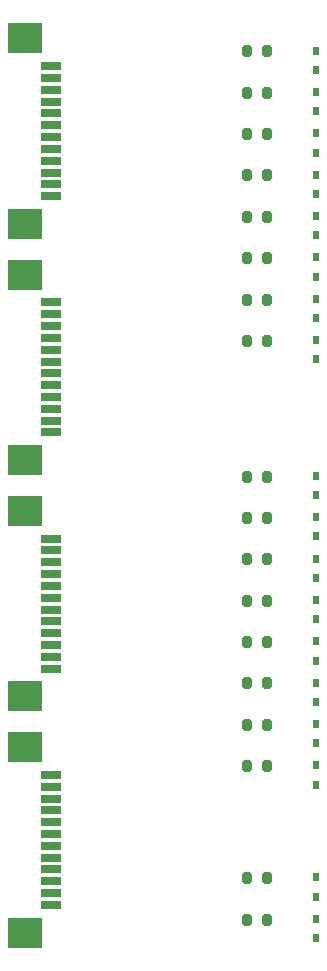
<source format=gbr>
%TF.GenerationSoftware,KiCad,Pcbnew,9.0.6*%
%TF.CreationDate,2025-12-05T19:39:21+03:00*%
%TF.ProjectId,PM_LED-18,504d5f4c-4544-42d3-9138-2e6b69636164,rev?*%
%TF.SameCoordinates,Original*%
%TF.FileFunction,Paste,Top*%
%TF.FilePolarity,Positive*%
%FSLAX46Y46*%
G04 Gerber Fmt 4.6, Leading zero omitted, Abs format (unit mm)*
G04 Created by KiCad (PCBNEW 9.0.6) date 2025-12-05 19:39:21*
%MOMM*%
%LPD*%
G01*
G04 APERTURE LIST*
G04 Aperture macros list*
%AMRoundRect*
0 Rectangle with rounded corners*
0 $1 Rounding radius*
0 $2 $3 $4 $5 $6 $7 $8 $9 X,Y pos of 4 corners*
0 Add a 4 corners polygon primitive as box body*
4,1,4,$2,$3,$4,$5,$6,$7,$8,$9,$2,$3,0*
0 Add four circle primitives for the rounded corners*
1,1,$1+$1,$2,$3*
1,1,$1+$1,$4,$5*
1,1,$1+$1,$6,$7*
1,1,$1+$1,$8,$9*
0 Add four rect primitives between the rounded corners*
20,1,$1+$1,$2,$3,$4,$5,0*
20,1,$1+$1,$4,$5,$6,$7,0*
20,1,$1+$1,$6,$7,$8,$9,0*
20,1,$1+$1,$8,$9,$2,$3,0*%
G04 Aperture macros list end*
%ADD10RoundRect,0.200000X-0.200000X-0.275000X0.200000X-0.275000X0.200000X0.275000X-0.200000X0.275000X0*%
%ADD11R,0.480000X0.770000*%
%ADD12R,1.803400X0.635000*%
%ADD13R,2.997200X2.590800*%
G04 APERTURE END LIST*
D10*
%TO.C,R5*%
X8175000Y22750000D03*
X9825000Y22750000D03*
%TD*%
D11*
%TO.C,D12*%
X14000000Y-11315000D03*
X14000000Y-9685000D03*
%TD*%
D10*
%TO.C,R10*%
X8175000Y-2750000D03*
X9825000Y-2750000D03*
%TD*%
D11*
%TO.C,D2*%
X14000000Y31685000D03*
X14000000Y33315000D03*
%TD*%
%TO.C,D3*%
X14000000Y28185000D03*
X14000000Y29815000D03*
%TD*%
D10*
%TO.C,R9*%
X8175000Y750000D03*
X9825000Y750000D03*
%TD*%
%TO.C,R3*%
X8175000Y29750000D03*
X9825000Y29750000D03*
%TD*%
%TO.C,R4*%
X8175000Y26250000D03*
X9825000Y26250000D03*
%TD*%
D12*
%TO.C,J1*%
X-8444000Y35499992D03*
X-8444000Y34499994D03*
X-8444000Y33499996D03*
X-8444000Y32499998D03*
X-8444000Y31500000D03*
X-8444000Y30500000D03*
X-8444000Y29500000D03*
X-8444000Y28500000D03*
X-8444000Y27500002D03*
X-8444000Y26500004D03*
X-8444000Y25500006D03*
X-8444000Y24500008D03*
D13*
X-10614001Y37850003D03*
X-10614001Y22149997D03*
%TD*%
D10*
%TO.C,R12*%
X8175000Y-9750000D03*
X9825000Y-9750000D03*
%TD*%
D11*
%TO.C,D10*%
X14000000Y-4315000D03*
X14000000Y-2685000D03*
%TD*%
D10*
%TO.C,R14*%
X8175000Y-16750000D03*
X9825000Y-16750000D03*
%TD*%
D11*
%TO.C,D8*%
X14000000Y10685000D03*
X14000000Y12315000D03*
%TD*%
%TO.C,D17*%
X14000000Y-34815000D03*
X14000000Y-33185000D03*
%TD*%
D10*
%TO.C,R17*%
X8175000Y-33250000D03*
X9825000Y-33250000D03*
%TD*%
D11*
%TO.C,D9*%
X14000000Y-815000D03*
X14000000Y815000D03*
%TD*%
D10*
%TO.C,R7*%
X8175000Y15750000D03*
X9825000Y15750000D03*
%TD*%
%TO.C,R18*%
X8175000Y-36750000D03*
X9825000Y-36750000D03*
%TD*%
%TO.C,R15*%
X8175000Y-20250000D03*
X9825000Y-20250000D03*
%TD*%
%TO.C,R16*%
X8175000Y-23750000D03*
X9825000Y-23750000D03*
%TD*%
D11*
%TO.C,D11*%
X14000000Y-7815000D03*
X14000000Y-6185000D03*
%TD*%
%TO.C,D7*%
X14000000Y14185000D03*
X14000000Y15815000D03*
%TD*%
%TO.C,D1*%
X14000000Y35185000D03*
X14000000Y36815000D03*
%TD*%
%TO.C,D4*%
X14000000Y24685000D03*
X14000000Y26315000D03*
%TD*%
D10*
%TO.C,R8*%
X8175000Y12250000D03*
X9825000Y12250000D03*
%TD*%
D11*
%TO.C,D16*%
X14000000Y-25315000D03*
X14000000Y-23685000D03*
%TD*%
D10*
%TO.C,R11*%
X8175000Y-6250000D03*
X9825000Y-6250000D03*
%TD*%
%TO.C,R6*%
X8175000Y19250000D03*
X9825000Y19250000D03*
%TD*%
%TO.C,R13*%
X8175000Y-13250000D03*
X9825000Y-13250000D03*
%TD*%
D11*
%TO.C,D15*%
X14000000Y-21815000D03*
X14000000Y-20185000D03*
%TD*%
D12*
%TO.C,J3*%
X-8444000Y-4500008D03*
X-8444000Y-5500006D03*
X-8444000Y-6500004D03*
X-8444000Y-7500002D03*
X-8444000Y-8500000D03*
X-8444000Y-9500000D03*
X-8444000Y-10500000D03*
X-8444000Y-11500000D03*
X-8444000Y-12499998D03*
X-8444000Y-13499996D03*
X-8444000Y-14499994D03*
X-8444000Y-15499992D03*
D13*
X-10614001Y-2149997D03*
X-10614001Y-17850003D03*
%TD*%
D10*
%TO.C,R1*%
X8175000Y36750000D03*
X9825000Y36750000D03*
%TD*%
D11*
%TO.C,D18*%
X14000000Y-38315000D03*
X14000000Y-36685000D03*
%TD*%
D10*
%TO.C,R2*%
X8175000Y33250000D03*
X9825000Y33250000D03*
%TD*%
D12*
%TO.C,J2*%
X-8444000Y15499992D03*
X-8444000Y14499994D03*
X-8444000Y13499996D03*
X-8444000Y12499998D03*
X-8444000Y11500000D03*
X-8444000Y10500000D03*
X-8444000Y9500000D03*
X-8444000Y8500000D03*
X-8444000Y7500002D03*
X-8444000Y6500004D03*
X-8444000Y5500006D03*
X-8444000Y4500008D03*
D13*
X-10614001Y17850003D03*
X-10614001Y2149997D03*
%TD*%
D11*
%TO.C,D14*%
X14000000Y-18315000D03*
X14000000Y-16685000D03*
%TD*%
%TO.C,D6*%
X14000000Y17685000D03*
X14000000Y19315000D03*
%TD*%
D12*
%TO.C,J4*%
X-8444000Y-24500008D03*
X-8444000Y-25500006D03*
X-8444000Y-26500004D03*
X-8444000Y-27500002D03*
X-8444000Y-28500000D03*
X-8444000Y-29500000D03*
X-8444000Y-30500000D03*
X-8444000Y-31500000D03*
X-8444000Y-32499998D03*
X-8444000Y-33499996D03*
X-8444000Y-34499994D03*
X-8444000Y-35499992D03*
D13*
X-10614001Y-22149997D03*
X-10614001Y-37850003D03*
%TD*%
D11*
%TO.C,D13*%
X14000000Y-14815000D03*
X14000000Y-13185000D03*
%TD*%
%TO.C,D5*%
X14000000Y21185000D03*
X14000000Y22815000D03*
%TD*%
M02*

</source>
